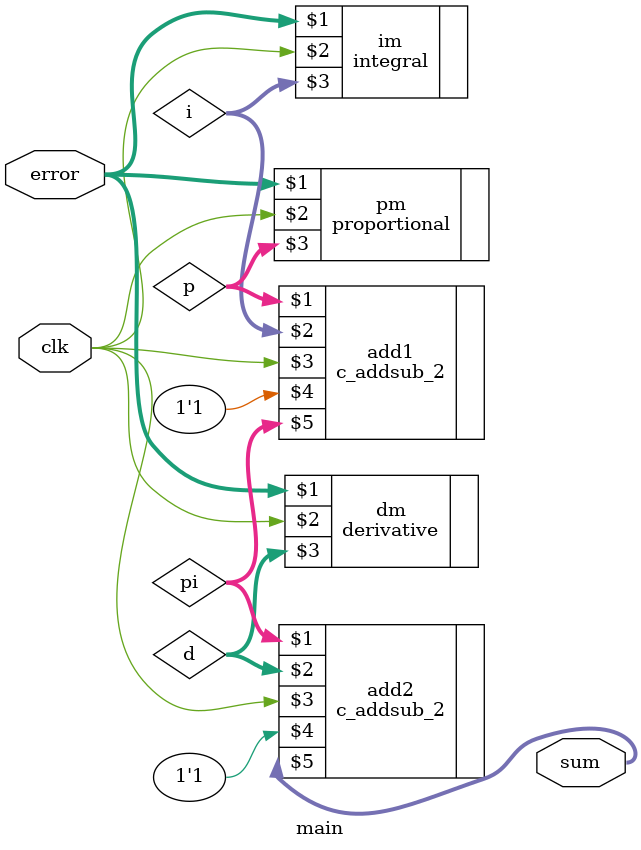
<source format=v>
`timescale 1ns / 1ps


module main(
    input clk,
    input [7:0] error,
    output [11:0] sum
    );
    
    wire [11:0] p;
    proportional pm(error [7:0], clk, p[11:0]);
    
    wire [11:0] i;
    integral im(error [7:0], clk, i [11:0]);
    
    wire [11:0] d;
    derivative dm(error [7:0], clk, d [11:0]);
    
     wire [11:0] pi;
    c_addsub_2 add1(p [11:0], i [11:0], clk, 1'b1, pi [11:0]);
    c_addsub_2 add2(pi [11:0], d [11:0], clk, 1'b1, sum [11:0]);
    
    
    
endmodule

</source>
